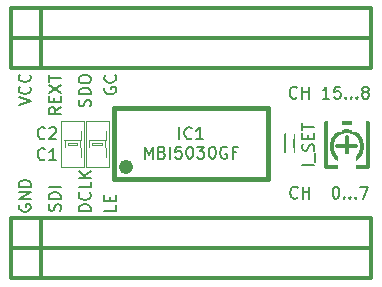
<source format=gto>
G04 (created by PCBNEW (2013-01-27 BZR 3925)-testing) date Tue 29 Jan 2013 04:50:46 PM CET*
%MOIN*%
G04 Gerber Fmt 3.4, Leading zero omitted, Abs format*
%FSLAX34Y34*%
G01*
G70*
G90*
G04 APERTURE LIST*
%ADD10C,2.3622e-06*%
%ADD11C,0.00787402*%
%ADD12C,0.0026*%
%ADD13C,0.002*%
%ADD14C,0.004*%
%ADD15C,0.012*%
%ADD16C,0.015*%
%ADD17C,0.008*%
%ADD18R,0.059X0.0511*%
%ADD19R,0.065X0.065*%
%ADD20C,0.065*%
%ADD21R,0.0472X0.0472*%
%ADD22R,0.063X0.0591*%
%ADD23R,0.0256X0.063*%
%ADD24R,0.0314X0.0314*%
%ADD25R,0.06X0.06*%
%ADD26C,0.06*%
G04 APERTURE END LIST*
G54D10*
G54D11*
X64559Y-46801D02*
X64540Y-46820D01*
X64484Y-46839D01*
X64447Y-46839D01*
X64390Y-46820D01*
X64353Y-46783D01*
X64334Y-46745D01*
X64315Y-46670D01*
X64315Y-46614D01*
X64334Y-46539D01*
X64353Y-46501D01*
X64390Y-46464D01*
X64447Y-46445D01*
X64484Y-46445D01*
X64540Y-46464D01*
X64559Y-46483D01*
X64728Y-46839D02*
X64728Y-46445D01*
X64728Y-46633D02*
X64953Y-46633D01*
X64953Y-46839D02*
X64953Y-46445D01*
X65815Y-46445D02*
X65853Y-46445D01*
X65890Y-46464D01*
X65909Y-46483D01*
X65928Y-46520D01*
X65946Y-46595D01*
X65946Y-46689D01*
X65928Y-46764D01*
X65909Y-46801D01*
X65890Y-46820D01*
X65853Y-46839D01*
X65815Y-46839D01*
X65778Y-46820D01*
X65759Y-46801D01*
X65740Y-46764D01*
X65721Y-46689D01*
X65721Y-46595D01*
X65740Y-46520D01*
X65759Y-46483D01*
X65778Y-46464D01*
X65815Y-46445D01*
X66115Y-46801D02*
X66134Y-46820D01*
X66115Y-46839D01*
X66096Y-46820D01*
X66115Y-46801D01*
X66115Y-46839D01*
X66303Y-46801D02*
X66321Y-46820D01*
X66303Y-46839D01*
X66284Y-46820D01*
X66303Y-46801D01*
X66303Y-46839D01*
X66490Y-46801D02*
X66509Y-46820D01*
X66490Y-46839D01*
X66471Y-46820D01*
X66490Y-46801D01*
X66490Y-46839D01*
X66640Y-46445D02*
X66902Y-46445D01*
X66734Y-46839D01*
X64532Y-43471D02*
X64513Y-43490D01*
X64457Y-43509D01*
X64419Y-43509D01*
X64363Y-43490D01*
X64325Y-43453D01*
X64307Y-43415D01*
X64288Y-43340D01*
X64288Y-43284D01*
X64307Y-43209D01*
X64325Y-43171D01*
X64363Y-43134D01*
X64419Y-43115D01*
X64457Y-43115D01*
X64513Y-43134D01*
X64532Y-43153D01*
X64700Y-43509D02*
X64700Y-43115D01*
X64700Y-43303D02*
X64925Y-43303D01*
X64925Y-43509D02*
X64925Y-43115D01*
X65619Y-43509D02*
X65394Y-43509D01*
X65506Y-43509D02*
X65506Y-43115D01*
X65469Y-43171D01*
X65431Y-43209D01*
X65394Y-43228D01*
X65975Y-43115D02*
X65788Y-43115D01*
X65769Y-43303D01*
X65788Y-43284D01*
X65825Y-43265D01*
X65919Y-43265D01*
X65956Y-43284D01*
X65975Y-43303D01*
X65994Y-43340D01*
X65994Y-43434D01*
X65975Y-43471D01*
X65956Y-43490D01*
X65919Y-43509D01*
X65825Y-43509D01*
X65788Y-43490D01*
X65769Y-43471D01*
X66163Y-43471D02*
X66181Y-43490D01*
X66163Y-43509D01*
X66144Y-43490D01*
X66163Y-43471D01*
X66163Y-43509D01*
X66350Y-43471D02*
X66369Y-43490D01*
X66350Y-43509D01*
X66331Y-43490D01*
X66350Y-43471D01*
X66350Y-43509D01*
X66538Y-43471D02*
X66556Y-43490D01*
X66538Y-43509D01*
X66519Y-43490D01*
X66538Y-43471D01*
X66538Y-43509D01*
X66781Y-43284D02*
X66744Y-43265D01*
X66725Y-43246D01*
X66706Y-43209D01*
X66706Y-43190D01*
X66725Y-43153D01*
X66744Y-43134D01*
X66781Y-43115D01*
X66856Y-43115D01*
X66894Y-43134D01*
X66912Y-43153D01*
X66931Y-43190D01*
X66931Y-43209D01*
X66912Y-43246D01*
X66894Y-43265D01*
X66856Y-43284D01*
X66781Y-43284D01*
X66744Y-43303D01*
X66725Y-43321D01*
X66706Y-43359D01*
X66706Y-43434D01*
X66725Y-43471D01*
X66744Y-43490D01*
X66781Y-43509D01*
X66856Y-43509D01*
X66894Y-43490D01*
X66912Y-43471D01*
X66931Y-43434D01*
X66931Y-43359D01*
X66912Y-43321D01*
X66894Y-43303D01*
X66856Y-43284D01*
X65109Y-45715D02*
X64715Y-45715D01*
X65146Y-45621D02*
X65146Y-45321D01*
X65090Y-45246D02*
X65109Y-45190D01*
X65109Y-45096D01*
X65090Y-45059D01*
X65071Y-45040D01*
X65034Y-45021D01*
X64996Y-45021D01*
X64959Y-45040D01*
X64940Y-45059D01*
X64921Y-45096D01*
X64903Y-45171D01*
X64884Y-45209D01*
X64865Y-45228D01*
X64828Y-45246D01*
X64790Y-45246D01*
X64753Y-45228D01*
X64734Y-45209D01*
X64715Y-45171D01*
X64715Y-45078D01*
X64734Y-45021D01*
X64903Y-44853D02*
X64903Y-44721D01*
X65109Y-44665D02*
X65109Y-44853D01*
X64715Y-44853D01*
X64715Y-44665D01*
X64715Y-44553D02*
X64715Y-44328D01*
X65109Y-44440D02*
X64715Y-44440D01*
X58134Y-43143D02*
X58115Y-43181D01*
X58115Y-43237D01*
X58134Y-43293D01*
X58171Y-43331D01*
X58209Y-43349D01*
X58284Y-43368D01*
X58340Y-43368D01*
X58415Y-43349D01*
X58453Y-43331D01*
X58490Y-43293D01*
X58509Y-43237D01*
X58509Y-43199D01*
X58490Y-43143D01*
X58471Y-43124D01*
X58340Y-43124D01*
X58340Y-43199D01*
X58471Y-42731D02*
X58490Y-42750D01*
X58509Y-42806D01*
X58509Y-42843D01*
X58490Y-42900D01*
X58453Y-42937D01*
X58415Y-42956D01*
X58340Y-42975D01*
X58284Y-42975D01*
X58209Y-42956D01*
X58171Y-42937D01*
X58134Y-42900D01*
X58115Y-42843D01*
X58115Y-42806D01*
X58134Y-42750D01*
X58153Y-42731D01*
X57640Y-43765D02*
X57659Y-43709D01*
X57659Y-43615D01*
X57640Y-43578D01*
X57621Y-43559D01*
X57584Y-43540D01*
X57546Y-43540D01*
X57509Y-43559D01*
X57490Y-43578D01*
X57471Y-43615D01*
X57453Y-43690D01*
X57434Y-43728D01*
X57415Y-43746D01*
X57378Y-43765D01*
X57340Y-43765D01*
X57303Y-43746D01*
X57284Y-43728D01*
X57265Y-43690D01*
X57265Y-43596D01*
X57284Y-43540D01*
X57659Y-43371D02*
X57265Y-43371D01*
X57265Y-43278D01*
X57284Y-43221D01*
X57321Y-43184D01*
X57359Y-43165D01*
X57434Y-43146D01*
X57490Y-43146D01*
X57565Y-43165D01*
X57603Y-43184D01*
X57640Y-43221D01*
X57659Y-43278D01*
X57659Y-43371D01*
X57265Y-42903D02*
X57265Y-42828D01*
X57284Y-42790D01*
X57321Y-42753D01*
X57396Y-42734D01*
X57528Y-42734D01*
X57603Y-42753D01*
X57640Y-42790D01*
X57659Y-42828D01*
X57659Y-42903D01*
X57640Y-42940D01*
X57603Y-42978D01*
X57528Y-42996D01*
X57396Y-42996D01*
X57321Y-42978D01*
X57284Y-42940D01*
X57265Y-42903D01*
X56659Y-43793D02*
X56471Y-43924D01*
X56659Y-44018D02*
X56265Y-44018D01*
X56265Y-43868D01*
X56284Y-43831D01*
X56303Y-43812D01*
X56340Y-43793D01*
X56396Y-43793D01*
X56434Y-43812D01*
X56453Y-43831D01*
X56471Y-43868D01*
X56471Y-44018D01*
X56453Y-43624D02*
X56453Y-43493D01*
X56659Y-43437D02*
X56659Y-43624D01*
X56265Y-43624D01*
X56265Y-43437D01*
X56265Y-43306D02*
X56659Y-43043D01*
X56265Y-43043D02*
X56659Y-43306D01*
X56265Y-42950D02*
X56265Y-42725D01*
X56659Y-42837D02*
X56265Y-42837D01*
X58509Y-47056D02*
X58509Y-47243D01*
X58115Y-47243D01*
X58303Y-46925D02*
X58303Y-46793D01*
X58509Y-46737D02*
X58509Y-46925D01*
X58115Y-46925D01*
X58115Y-46737D01*
X57659Y-47256D02*
X57265Y-47256D01*
X57265Y-47162D01*
X57284Y-47106D01*
X57321Y-47068D01*
X57359Y-47049D01*
X57434Y-47031D01*
X57490Y-47031D01*
X57565Y-47049D01*
X57603Y-47068D01*
X57640Y-47106D01*
X57659Y-47162D01*
X57659Y-47256D01*
X57621Y-46637D02*
X57640Y-46656D01*
X57659Y-46712D01*
X57659Y-46749D01*
X57640Y-46806D01*
X57603Y-46843D01*
X57565Y-46862D01*
X57490Y-46881D01*
X57434Y-46881D01*
X57359Y-46862D01*
X57321Y-46843D01*
X57284Y-46806D01*
X57265Y-46749D01*
X57265Y-46712D01*
X57284Y-46656D01*
X57303Y-46637D01*
X57659Y-46281D02*
X57659Y-46468D01*
X57265Y-46468D01*
X57659Y-46150D02*
X57265Y-46150D01*
X57659Y-45925D02*
X57434Y-46093D01*
X57265Y-45925D02*
X57490Y-46150D01*
X56640Y-47253D02*
X56659Y-47196D01*
X56659Y-47103D01*
X56640Y-47065D01*
X56621Y-47046D01*
X56584Y-47028D01*
X56546Y-47028D01*
X56509Y-47046D01*
X56490Y-47065D01*
X56471Y-47103D01*
X56453Y-47178D01*
X56434Y-47215D01*
X56415Y-47234D01*
X56378Y-47253D01*
X56340Y-47253D01*
X56303Y-47234D01*
X56284Y-47215D01*
X56265Y-47178D01*
X56265Y-47084D01*
X56284Y-47028D01*
X56659Y-46859D02*
X56265Y-46859D01*
X56265Y-46765D01*
X56284Y-46709D01*
X56321Y-46671D01*
X56359Y-46653D01*
X56434Y-46634D01*
X56490Y-46634D01*
X56565Y-46653D01*
X56603Y-46671D01*
X56640Y-46709D01*
X56659Y-46765D01*
X56659Y-46859D01*
X56659Y-46465D02*
X56265Y-46465D01*
X55284Y-47049D02*
X55265Y-47087D01*
X55265Y-47143D01*
X55284Y-47199D01*
X55321Y-47237D01*
X55359Y-47256D01*
X55434Y-47274D01*
X55490Y-47274D01*
X55565Y-47256D01*
X55603Y-47237D01*
X55640Y-47199D01*
X55659Y-47143D01*
X55659Y-47106D01*
X55640Y-47049D01*
X55621Y-47031D01*
X55490Y-47031D01*
X55490Y-47106D01*
X55659Y-46862D02*
X55265Y-46862D01*
X55659Y-46637D01*
X55265Y-46637D01*
X55659Y-46450D02*
X55265Y-46450D01*
X55265Y-46356D01*
X55284Y-46300D01*
X55321Y-46262D01*
X55359Y-46243D01*
X55434Y-46225D01*
X55490Y-46225D01*
X55565Y-46243D01*
X55603Y-46262D01*
X55640Y-46300D01*
X55659Y-46356D01*
X55659Y-46450D01*
X55265Y-43724D02*
X55659Y-43593D01*
X55265Y-43462D01*
X55621Y-43106D02*
X55640Y-43125D01*
X55659Y-43181D01*
X55659Y-43218D01*
X55640Y-43274D01*
X55603Y-43312D01*
X55565Y-43331D01*
X55490Y-43349D01*
X55434Y-43349D01*
X55359Y-43331D01*
X55321Y-43312D01*
X55284Y-43274D01*
X55265Y-43218D01*
X55265Y-43181D01*
X55284Y-43125D01*
X55303Y-43106D01*
X55621Y-42712D02*
X55640Y-42731D01*
X55659Y-42787D01*
X55659Y-42825D01*
X55640Y-42881D01*
X55603Y-42918D01*
X55565Y-42937D01*
X55490Y-42956D01*
X55434Y-42956D01*
X55359Y-42937D01*
X55321Y-42918D01*
X55284Y-42881D01*
X55265Y-42825D01*
X55265Y-42787D01*
X55284Y-42731D01*
X55303Y-42712D01*
G54D12*
X57590Y-44596D02*
X57590Y-44891D01*
X57590Y-44891D02*
X58160Y-44891D01*
X58160Y-44596D02*
X58160Y-44891D01*
X57590Y-44596D02*
X58160Y-44596D01*
X57590Y-45165D02*
X57590Y-45460D01*
X57590Y-45460D02*
X58160Y-45460D01*
X58160Y-45165D02*
X58160Y-45460D01*
X57590Y-45165D02*
X58160Y-45165D01*
X57718Y-44986D02*
X57718Y-45064D01*
X57718Y-45064D02*
X58032Y-45064D01*
X58032Y-44986D02*
X58032Y-45064D01*
X57718Y-44986D02*
X58032Y-44986D01*
G54D13*
X58262Y-44249D02*
X58262Y-45801D01*
X57488Y-45801D02*
X57488Y-44249D01*
X57488Y-44249D02*
X58262Y-44249D01*
G54D14*
X58134Y-44875D02*
X58134Y-45175D01*
X57616Y-44885D02*
X57616Y-45175D01*
G54D13*
X58262Y-45801D02*
X57488Y-45801D01*
G54D15*
X55000Y-49500D02*
X55000Y-49500D01*
X55000Y-49500D02*
X55000Y-48500D01*
X55000Y-48500D02*
X65000Y-48500D01*
X65000Y-49500D02*
X55000Y-49500D01*
X56000Y-49500D02*
X56000Y-48500D01*
X65000Y-48500D02*
X66750Y-48500D01*
X66750Y-48500D02*
X67000Y-48500D01*
X67000Y-48500D02*
X67000Y-49500D01*
X67000Y-49500D02*
X65000Y-49500D01*
X66515Y-45100D02*
X65885Y-45100D01*
X66200Y-45415D02*
X66200Y-44785D01*
X66710Y-45100D02*
G75*
G03X66710Y-45100I-510J0D01*
G74*
G01*
X66200Y-45789D02*
X65491Y-45789D01*
X65491Y-45789D02*
X65491Y-44313D01*
X65491Y-44313D02*
X66909Y-44313D01*
X66909Y-44313D02*
X66909Y-45789D01*
X66909Y-45789D02*
X66200Y-45789D01*
G54D16*
X58992Y-45787D02*
G75*
G03X58992Y-45787I-157J0D01*
G74*
G01*
X58913Y-45788D02*
G75*
G03X58913Y-45788I-78J0D01*
G74*
G01*
X58441Y-43819D02*
X63559Y-43819D01*
X63559Y-43819D02*
X63559Y-46181D01*
X63559Y-46181D02*
X58441Y-46181D01*
X58441Y-46181D02*
X58441Y-43819D01*
G54D12*
X56765Y-44596D02*
X56765Y-44891D01*
X56765Y-44891D02*
X57335Y-44891D01*
X57335Y-44596D02*
X57335Y-44891D01*
X56765Y-44596D02*
X57335Y-44596D01*
X56765Y-45165D02*
X56765Y-45460D01*
X56765Y-45460D02*
X57335Y-45460D01*
X57335Y-45165D02*
X57335Y-45460D01*
X56765Y-45165D02*
X57335Y-45165D01*
X56893Y-44986D02*
X56893Y-45064D01*
X56893Y-45064D02*
X57207Y-45064D01*
X57207Y-44986D02*
X57207Y-45064D01*
X56893Y-44986D02*
X57207Y-44986D01*
G54D13*
X57437Y-44249D02*
X57437Y-45801D01*
X56663Y-45801D02*
X56663Y-44249D01*
X56663Y-44249D02*
X57437Y-44249D01*
G54D14*
X57309Y-44875D02*
X57309Y-45175D01*
X56791Y-44885D02*
X56791Y-45175D01*
G54D13*
X57437Y-45801D02*
X56663Y-45801D01*
G54D17*
X64150Y-45300D02*
X64150Y-44700D01*
X64150Y-44700D02*
X64450Y-44700D01*
X64450Y-44700D02*
X64450Y-45300D01*
X64450Y-45300D02*
X64150Y-45300D01*
G54D15*
X55000Y-48500D02*
X55000Y-48500D01*
X55000Y-48500D02*
X55000Y-47500D01*
X55000Y-47500D02*
X65000Y-47500D01*
X65000Y-48500D02*
X55000Y-48500D01*
X56000Y-48500D02*
X56000Y-47500D01*
X65000Y-47500D02*
X66750Y-47500D01*
X66750Y-47500D02*
X67000Y-47500D01*
X67000Y-47500D02*
X67000Y-48500D01*
X67000Y-48500D02*
X65000Y-48500D01*
X55000Y-41500D02*
X55000Y-41500D01*
X55000Y-41500D02*
X55000Y-40500D01*
X55000Y-40500D02*
X65000Y-40500D01*
X65000Y-41500D02*
X55000Y-41500D01*
X56000Y-41500D02*
X56000Y-40500D01*
X65000Y-40500D02*
X66750Y-40500D01*
X66750Y-40500D02*
X67000Y-40500D01*
X67000Y-40500D02*
X67000Y-41500D01*
X67000Y-41500D02*
X65000Y-41500D01*
X55000Y-42500D02*
X55000Y-42500D01*
X55000Y-42500D02*
X55000Y-41500D01*
X55000Y-41500D02*
X65000Y-41500D01*
X65000Y-42500D02*
X55000Y-42500D01*
X56000Y-42500D02*
X56000Y-41500D01*
X65000Y-41500D02*
X66750Y-41500D01*
X66750Y-41500D02*
X67000Y-41500D01*
X67000Y-41500D02*
X67000Y-42500D01*
X67000Y-42500D02*
X65000Y-42500D01*
G54D11*
X56134Y-45521D02*
X56115Y-45540D01*
X56059Y-45559D01*
X56021Y-45559D01*
X55965Y-45540D01*
X55928Y-45503D01*
X55909Y-45465D01*
X55890Y-45390D01*
X55890Y-45334D01*
X55909Y-45259D01*
X55928Y-45221D01*
X55965Y-45184D01*
X56021Y-45165D01*
X56059Y-45165D01*
X56115Y-45184D01*
X56134Y-45203D01*
X56509Y-45559D02*
X56284Y-45559D01*
X56396Y-45559D02*
X56396Y-45165D01*
X56359Y-45221D01*
X56321Y-45259D01*
X56284Y-45278D01*
X60615Y-44859D02*
X60615Y-44465D01*
X61028Y-44821D02*
X61009Y-44840D01*
X60953Y-44859D01*
X60915Y-44859D01*
X60859Y-44840D01*
X60821Y-44803D01*
X60803Y-44765D01*
X60784Y-44690D01*
X60784Y-44634D01*
X60803Y-44559D01*
X60821Y-44521D01*
X60859Y-44484D01*
X60915Y-44465D01*
X60953Y-44465D01*
X61009Y-44484D01*
X61028Y-44503D01*
X61403Y-44859D02*
X61178Y-44859D01*
X61290Y-44859D02*
X61290Y-44465D01*
X61253Y-44521D01*
X61215Y-44559D01*
X61178Y-44578D01*
X59462Y-45509D02*
X59462Y-45115D01*
X59593Y-45396D01*
X59725Y-45115D01*
X59725Y-45509D01*
X60043Y-45303D02*
X60100Y-45321D01*
X60118Y-45340D01*
X60137Y-45378D01*
X60137Y-45434D01*
X60118Y-45471D01*
X60100Y-45490D01*
X60062Y-45509D01*
X59912Y-45509D01*
X59912Y-45115D01*
X60043Y-45115D01*
X60081Y-45134D01*
X60100Y-45153D01*
X60118Y-45190D01*
X60118Y-45228D01*
X60100Y-45265D01*
X60081Y-45284D01*
X60043Y-45303D01*
X59912Y-45303D01*
X60306Y-45509D02*
X60306Y-45115D01*
X60681Y-45115D02*
X60493Y-45115D01*
X60475Y-45303D01*
X60493Y-45284D01*
X60531Y-45265D01*
X60625Y-45265D01*
X60662Y-45284D01*
X60681Y-45303D01*
X60700Y-45340D01*
X60700Y-45434D01*
X60681Y-45471D01*
X60662Y-45490D01*
X60625Y-45509D01*
X60531Y-45509D01*
X60493Y-45490D01*
X60475Y-45471D01*
X60943Y-45115D02*
X60981Y-45115D01*
X61018Y-45134D01*
X61037Y-45153D01*
X61056Y-45190D01*
X61074Y-45265D01*
X61074Y-45359D01*
X61056Y-45434D01*
X61037Y-45471D01*
X61018Y-45490D01*
X60981Y-45509D01*
X60943Y-45509D01*
X60906Y-45490D01*
X60887Y-45471D01*
X60868Y-45434D01*
X60850Y-45359D01*
X60850Y-45265D01*
X60868Y-45190D01*
X60887Y-45153D01*
X60906Y-45134D01*
X60943Y-45115D01*
X61206Y-45115D02*
X61449Y-45115D01*
X61318Y-45265D01*
X61374Y-45265D01*
X61412Y-45284D01*
X61431Y-45303D01*
X61449Y-45340D01*
X61449Y-45434D01*
X61431Y-45471D01*
X61412Y-45490D01*
X61374Y-45509D01*
X61262Y-45509D01*
X61224Y-45490D01*
X61206Y-45471D01*
X61693Y-45115D02*
X61731Y-45115D01*
X61768Y-45134D01*
X61787Y-45153D01*
X61806Y-45190D01*
X61824Y-45265D01*
X61824Y-45359D01*
X61806Y-45434D01*
X61787Y-45471D01*
X61768Y-45490D01*
X61731Y-45509D01*
X61693Y-45509D01*
X61656Y-45490D01*
X61637Y-45471D01*
X61618Y-45434D01*
X61599Y-45359D01*
X61599Y-45265D01*
X61618Y-45190D01*
X61637Y-45153D01*
X61656Y-45134D01*
X61693Y-45115D01*
X62199Y-45134D02*
X62162Y-45115D01*
X62106Y-45115D01*
X62049Y-45134D01*
X62012Y-45171D01*
X61993Y-45209D01*
X61974Y-45284D01*
X61974Y-45340D01*
X61993Y-45415D01*
X62012Y-45453D01*
X62049Y-45490D01*
X62106Y-45509D01*
X62143Y-45509D01*
X62199Y-45490D01*
X62218Y-45471D01*
X62218Y-45340D01*
X62143Y-45340D01*
X62518Y-45303D02*
X62387Y-45303D01*
X62387Y-45509D02*
X62387Y-45115D01*
X62574Y-45115D01*
X56134Y-44821D02*
X56115Y-44840D01*
X56059Y-44859D01*
X56021Y-44859D01*
X55965Y-44840D01*
X55928Y-44803D01*
X55909Y-44765D01*
X55890Y-44690D01*
X55890Y-44634D01*
X55909Y-44559D01*
X55928Y-44521D01*
X55965Y-44484D01*
X56021Y-44465D01*
X56059Y-44465D01*
X56115Y-44484D01*
X56134Y-44503D01*
X56284Y-44503D02*
X56303Y-44484D01*
X56340Y-44465D01*
X56434Y-44465D01*
X56471Y-44484D01*
X56490Y-44503D01*
X56509Y-44540D01*
X56509Y-44578D01*
X56490Y-44634D01*
X56265Y-44859D01*
X56509Y-44859D01*
%LPC*%
G54D18*
X57875Y-44651D03*
X57875Y-45399D03*
G54D19*
X55500Y-49000D03*
G54D20*
X56500Y-49000D03*
X57500Y-49000D03*
X58500Y-49000D03*
X59500Y-49000D03*
X60500Y-49000D03*
X61500Y-49000D03*
X62500Y-49000D03*
X63500Y-49000D03*
X64500Y-49000D03*
X65500Y-49000D03*
X66500Y-49000D03*
G54D21*
X66594Y-44391D03*
X65806Y-44391D03*
G54D22*
X66200Y-45671D03*
G54D23*
X58835Y-46575D03*
X59228Y-46575D03*
X59622Y-46575D03*
X60016Y-46575D03*
X60409Y-46575D03*
X60803Y-46575D03*
X61197Y-46575D03*
X61591Y-46575D03*
X61984Y-46575D03*
X62378Y-46575D03*
X62772Y-46575D03*
X63165Y-46575D03*
X63165Y-43425D03*
X62772Y-43425D03*
X62378Y-43425D03*
X61984Y-43425D03*
X61591Y-43425D03*
X61197Y-43425D03*
X60803Y-43425D03*
X60409Y-43425D03*
X60016Y-43425D03*
X59622Y-43425D03*
X59228Y-43425D03*
X58835Y-43425D03*
G54D18*
X57050Y-44651D03*
X57050Y-45399D03*
G54D24*
X64300Y-44705D03*
X64300Y-45295D03*
G54D25*
X55500Y-48000D03*
G54D26*
X56500Y-48000D03*
X57500Y-48000D03*
X58500Y-48000D03*
X59500Y-48000D03*
X60500Y-48000D03*
X61500Y-48000D03*
X62500Y-48000D03*
X63500Y-48000D03*
X64500Y-48000D03*
X65500Y-48000D03*
X66500Y-48000D03*
G54D25*
X55500Y-41000D03*
G54D26*
X56500Y-41000D03*
X57500Y-41000D03*
X58500Y-41000D03*
X59500Y-41000D03*
X60500Y-41000D03*
X61500Y-41000D03*
X62500Y-41000D03*
X63500Y-41000D03*
X64500Y-41000D03*
X65500Y-41000D03*
X66500Y-41000D03*
G54D25*
X55500Y-42000D03*
G54D26*
X56500Y-42000D03*
X57500Y-42000D03*
X58500Y-42000D03*
X59500Y-42000D03*
X60500Y-42000D03*
X61500Y-42000D03*
X62500Y-42000D03*
X63500Y-42000D03*
X64500Y-42000D03*
X65500Y-42000D03*
X66500Y-42000D03*
M02*

</source>
